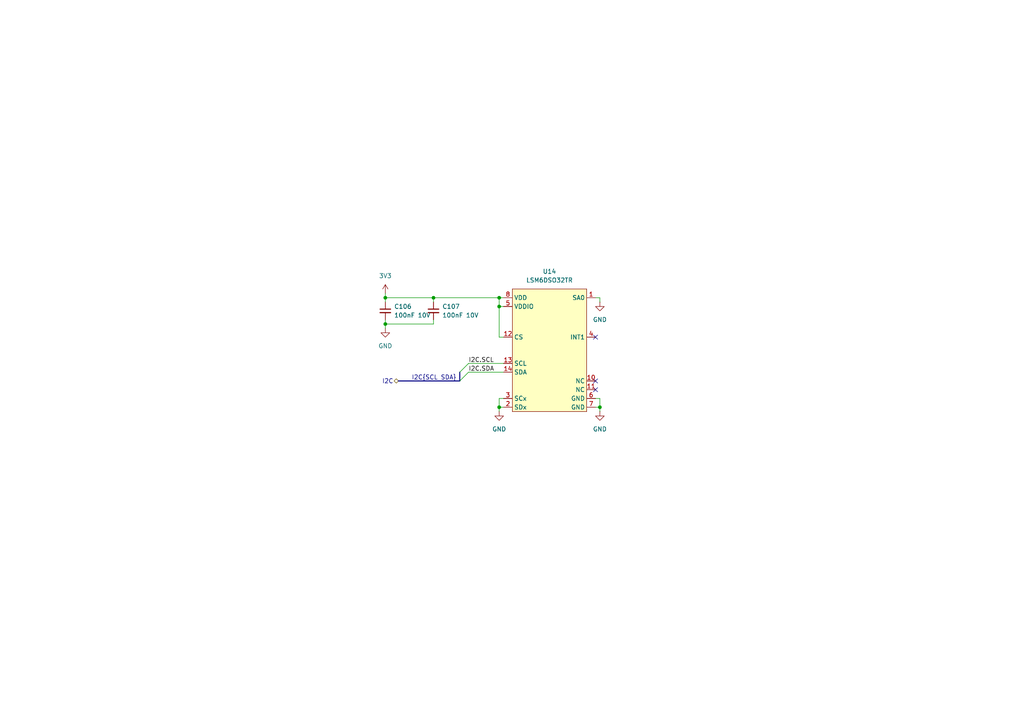
<source format=kicad_sch>
(kicad_sch (version 20250114) (generator "eeschema") (generator_version "9.0")
  (paper "A4")
  (lib_symbols
    (symbol "Device:C_Small" (pin_numbers (hide yes)) (pin_names (offset 0.254) (hide yes))
      (property "Reference" "C" (at 0.254 1.778 0))
      (property "Value" "C_Small" (at 0.254 -2.032 0))
      (symbol "C_Small_0_1"
        (polyline (pts (xy -1.524 0.508) (xy 1.524 0.508)) (stroke (width 0.3048)))
        (polyline (pts (xy -1.524 -0.508) (xy 1.524 -0.508)) (stroke (width 0.3302)))
      )
      (symbol "C_Small_1_1"
        (pin passive line (at 0 2.54 270) (length 2.032) (name "~") (number "1"))
        (pin passive line (at 0 -2.54 90) (length 2.032) (name "~") (number "2"))
      )
    )
    (symbol "LSM6DSO32TR_1"
      (property "Reference" "U" (at 0.762 0.762 0))
      (property "Value" "LSM6DSO32TR" (at 6.35 -36.83 0))
      (symbol "LSM6DSO32TR_1_0_1"
        (rectangle (start 0 0) (end 21.59 -35.56) (fill (type background)))
      )
      (symbol "LSM6DSO32TR_1_1_1"
        (pin power_in line (at -2.54 -2.54 0) (length 2.54) (name "VDD") (number "8"))
        (pin power_in line (at -2.54 -5.08 0) (length 2.54) (name "VDDIO") (number "5"))
        (pin input line (at -2.54 -13.97 0) (length 2.54) (name "CS") (number "12"))
        (pin input line (at -2.54 -21.59 0) (length 2.54) (name "SCL") (number "13"))
        (pin bidirectional line (at -2.54 -24.13 0) (length 2.54) (name "SDA") (number "14"))
        (pin output line (at -2.54 -31.75 0) (length 2.54) (name "SCx") (number "3"))
        (pin output line (at -2.54 -34.29 0) (length 2.54) (name "SDx") (number "2"))
        (pin input line (at 24.13 -2.54 180) (length 2.54) (name "SA0") (number "1"))
        (pin bidirectional line (at 24.13 -13.97 180) (length 2.54) (name "INT1") (number "4"))
        (pin passive line (at 24.13 -26.67 180) (length 2.54) (name "NC") (number "10"))
        (pin passive line (at 24.13 -29.21 180) (length 2.54) (name "NC") (number "11"))
        (pin power_in line (at 24.13 -31.75 180) (length 2.54) (name "GND") (number "6"))
        (pin power_in line (at 24.13 -34.29 180) (length 2.54) (name "GND") (number "7"))
      )
    )
    (symbol "power:GND" (power) (pin_numbers (hide yes)) (pin_names (offset 0) (hide yes))
      (property "Value" "GND" (at 0 -3.81 0))
      (symbol "GND_0_1"
        (polyline (pts (xy 0 0) (xy 0 -1.27) (xy 1.27 -1.27) (xy 0 -2.54) (xy -1.27 -1.27) (xy 0 -1.27)))
      )
      (symbol "GND_1_1"
        (pin power_in line (at 0 0 270) (length 0) (name "~") (number "1"))
      )
    )
    (symbol "power:VCC" (power) (pin_numbers (hide yes)) (pin_names (offset 0) (hide yes))
      (property "Value" "VCC" (at 0 3.556 0))
      (symbol "VCC_0_1"
        (polyline (pts (xy -0.762 1.27) (xy 0 2.54)))
        (polyline (pts (xy 0 2.54) (xy 0.762 1.27)))
        (polyline (pts (xy 0 0) (xy 0 2.54)))
      )
      (symbol "VCC_1_1"
        (pin power_in line (at 0 0 90) (length 0) (name "~") (number "1"))
      )
    )
  )
  (junction (at 144.78 86.36))
  (junction (at 111.76 86.36))
  (junction (at 111.76 93.98))
  (junction (at 173.99 118.11))
  (junction (at 144.78 118.11))
  (junction (at 125.73 86.36))
  (junction (at 144.78 88.9))
  (no_connect (at 172.72 97.79))
  (no_connect (at 172.72 110.49))
  (no_connect (at 172.72 113.03))
  (bus_entry (at 135.89 105.41) (size -2.54 2.54))
  (bus_entry (at 135.89 107.95) (size -2.54 2.54))
  (wire (pts (xy 173.99 118.11) (xy 173.99 119.38)))
  (wire (pts (xy 146.05 115.57) (xy 144.78 115.57)))
  (wire (pts (xy 135.89 107.95) (xy 146.05 107.95)))
  (wire (pts (xy 111.76 92.71) (xy 111.76 93.98)))
  (wire (pts (xy 173.99 86.36) (xy 173.99 87.63)))
  (wire (pts (xy 125.73 93.98) (xy 125.73 92.71)))
  (wire (pts (xy 144.78 115.57) (xy 144.78 118.11)))
  (wire (pts (xy 125.73 86.36) (xy 125.73 87.63)))
  (bus (pts (xy 115.57 110.49) (xy 133.35 110.49)))
  (wire (pts (xy 144.78 118.11) (xy 144.78 119.38)))
  (wire (pts (xy 146.05 97.79) (xy 144.78 97.79)))
  (bus (pts (xy 133.35 107.95) (xy 133.35 110.49)))
  (wire (pts (xy 135.89 105.41) (xy 146.05 105.41)))
  (wire (pts (xy 111.76 86.36) (xy 125.73 86.36)))
  (wire (pts (xy 172.72 118.11) (xy 173.99 118.11)))
  (wire (pts (xy 173.99 115.57) (xy 173.99 118.11)))
  (wire (pts (xy 146.05 88.9) (xy 144.78 88.9)))
  (wire (pts (xy 144.78 97.79) (xy 144.78 88.9)))
  (wire (pts (xy 111.76 93.98) (xy 125.73 93.98)))
  (wire (pts (xy 111.76 85.09) (xy 111.76 86.36)))
  (wire (pts (xy 172.72 86.36) (xy 173.99 86.36)))
  (wire (pts (xy 111.76 86.36) (xy 111.76 87.63)))
  (wire (pts (xy 146.05 118.11) (xy 144.78 118.11)))
  (wire (pts (xy 111.76 93.98) (xy 111.76 95.25)))
  (wire (pts (xy 172.72 115.57) (xy 173.99 115.57)))
  (wire (pts (xy 144.78 88.9) (xy 144.78 86.36)))
  (wire (pts (xy 144.78 86.36) (xy 146.05 86.36)))
  (wire (pts (xy 125.73 86.36) (xy 144.78 86.36)))
  (label "I2C.SDA" (at 135.89 107.95 0))
  (label "I2C{SCL SDA}" (at 119.38 110.49 0))
  (label "I2C.SCL" (at 135.89 105.41 0))
  (hierarchical_label "I2C" (shape bidirectional) (at 115.57 110.49 180))
  (symbol (lib_id "power:VCC") (at 111.76 85.09 0) (unit 1)
    (property "Reference" "#PWR0153" (effects (hide yes)))
    (property "Value" "3V3" (at 111.76 80.01 0))
    (property "Description" "Power symbol creates a global label with name \"VCC\"" (effects (hide yes)))
  )
  (symbol (lib_id "power:GND") (at 173.99 87.63 0) (unit 1)
    (property "Reference" "#PWR0156" (effects (hide yes)))
    (property "Value" "GND" (at 173.99 92.71 0))
    (property "Description" "Power symbol creates a global label with name \"GND\" , ground" (effects (hide yes)))
  )
  (symbol (lib_id "power:GND") (at 173.99 119.38 0) (unit 1)
    (property "Reference" "#PWR0157" (effects (hide yes)))
    (property "Value" "GND" (at 173.99 124.46 0))
    (property "Description" "Power symbol creates a global label with name \"GND\" , ground" (effects (hide yes)))
  )
  (symbol (lib_id "Device:C_Small") (at 125.73 90.17 0) (unit 1)
    (property "Reference" "C107" (at 128.27 88.9062 0) (effects (justify left)))
    (property "Value" "100nF 10V" (at 128.27 91.4462 0) (effects (justify left)))
    (property "Description" "Unpolarized capacitor, small symbol" (effects (hide yes)))
  )
  (symbol (lib_id "power:GND") (at 111.76 95.25 0) (unit 1)
    (property "Reference" "#PWR0154" (effects (hide yes)))
    (property "Value" "GND" (at 111.76 100.33 0))
    (property "Description" "Power symbol creates a global label with name \"GND\" , ground" (effects (hide yes)))
  )
  (symbol (lib_name "LSM6DSO32TR_1") (lib_id "symbol-library:LSM6DSO32TR") (at 148.59 83.82 0) (unit 1)
    (property "Reference" "U14" (at 159.385 78.74 0))
    (property "Value" "LSM6DSO32TR" (at 159.385 81.28 0))
    (property "Footprint" "footprint-library:LSM6DSO32TR" (effects (hide yes)))
  )
  (symbol (lib_id "power:GND") (at 144.78 119.38 0) (unit 1)
    (property "Reference" "#PWR0155" (effects (hide yes)))
    (property "Value" "GND" (at 144.78 124.46 0))
    (property "Description" "Power symbol creates a global label with name \"GND\" , ground" (effects (hide yes)))
  )
  (symbol (lib_id "Device:C_Small") (at 111.76 90.17 0) (unit 1)
    (property "Reference" "C106" (at 114.3 88.9062 0) (effects (justify left)))
    (property "Value" "100nF 10V" (at 114.3 91.4462 0) (effects (justify left)))
    (property "Description" "Unpolarized capacitor, small symbol" (effects (hide yes)))
  )
)
</source>
